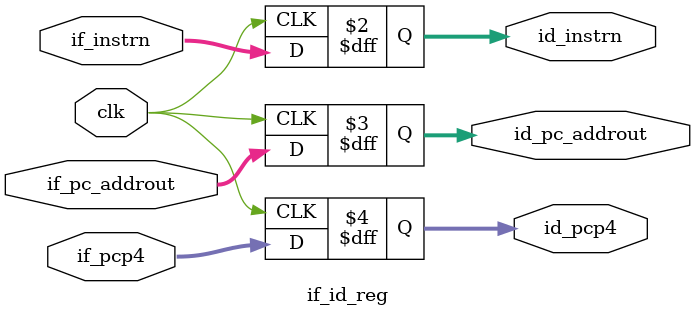
<source format=v>
module if_id_reg(
	//clock
	clk,
	//instruction fetch
	if_instrn,
	if_pc_addrout,
	if_pcp4,
	//instruuction decode
	id_instrn,
	id_pc_addrout,
	id_pcp4
);
//clock
input wire clk;
//output wires from if
input wire [31:0] if_instrn; // current instruction
input wire [31:0] if_pc_addrout;
input wire [31:0] if_pcp4;

//output registers to id 
output reg [31:0] id_instrn;
output reg [31:0] id_pc_addrout;
output reg [31:0] id_pcp4;
always @(posedge clk) begin
	id_instrn <= if_instrn;
	id_pc_addrout <= if_pc_addrout;
	id_pcp4 <= if_pcp4;
end


endmodule

</source>
